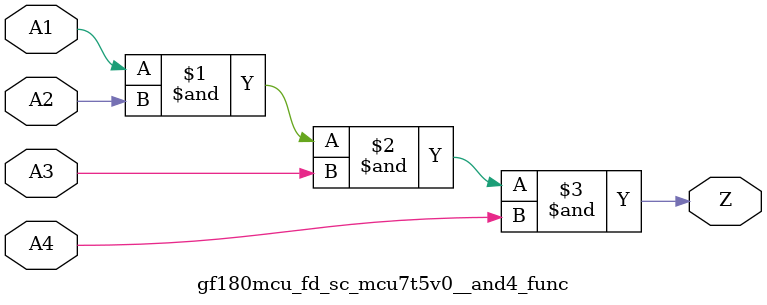
<source format=v>

`ifndef GF180MCU_FD_SC_MCU7T5V0__AND4_FUNC_V
`define GF180MCU_FD_SC_MCU7T5V0__AND4_FUNC_V

`ifdef USE_POWER_PINS
module gf180mcu_fd_sc_mcu7t5v0__and4_func( A1, A2, A3, A4, Z, VDD, VSS );
inout VDD, VSS;
`else // If not USE_POWER_PINS
module gf180mcu_fd_sc_mcu7t5v0__and4_func( A1, A2, A3, A4, Z );
`endif // If not USE_POWER_PINS
input A1, A2, A3, A4;
output Z;

	and MGM_BG_0( Z, A1, A2, A3, A4 );

endmodule
`endif // GF180MCU_FD_SC_MCU7T5V0__AND4_V

</source>
